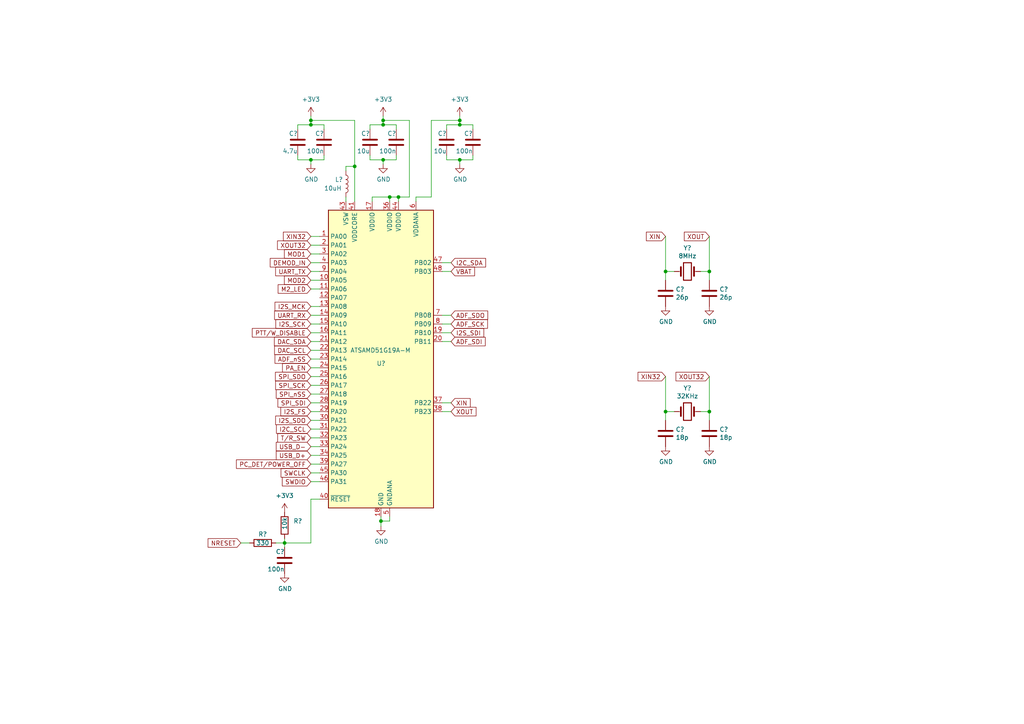
<source format=kicad_sch>
(kicad_sch (version 20211123) (generator eeschema)
  (paper "A4")
  (lib_symbols
    (symbol "Device:C" (pin_numbers hide) (pin_names (offset 0.254))
      (property "Reference" "C" (at 0.635 2.54 0))
      (property "Value" "C" (at 0.635 -2.54 0))
      (symbol "C_0_1"
        (polyline (pts (xy -2.032 -0.762) (xy 2.032 -0.762)) (stroke (width 0.508)))
        (polyline (pts (xy -2.032 0.762) (xy 2.032 0.762)) (stroke (width 0.508)))
      )
      (symbol "C_1_1"
        (pin passive line (at 0 3.81 270) (length 2.794) (name "~") (number "1"))
        (pin passive line (at 0 -3.81 90) (length 2.794) (name "~") (number "2"))
      )
    )
    (symbol "Device:Crystal" (pin_numbers hide) (pin_names (offset 1.016) hide)
      (property "Reference" "Y" (at 0 3.81 0))
      (property "Value" "Crystal" (at 0 -3.81 0))
      (symbol "Crystal_0_1"
        (rectangle (start -1.143 2.54) (end 1.143 -2.54) (stroke (width 0.3048)))
        (polyline (pts (xy -2.54 0) (xy -1.905 0)))
        (polyline (pts (xy -1.905 -1.27) (xy -1.905 1.27)) (stroke (width 0.508)))
        (polyline (pts (xy 1.905 -1.27) (xy 1.905 1.27)) (stroke (width 0.508)))
        (polyline (pts (xy 2.54 0) (xy 1.905 0)))
      )
      (symbol "Crystal_1_1"
        (pin passive line (at -3.81 0 0) (length 1.27) (name "1") (number "1"))
        (pin passive line (at 3.81 0 180) (length 1.27) (name "2") (number "2"))
      )
    )
    (symbol "Device:L" (pin_numbers hide) (pin_names (offset 1.016) hide)
      (property "Reference" "L" (at -1.27 0 90))
      (property "Value" "L" (at 1.905 0 90))
      (symbol "L_0_1"
        (arc (start 0 -2.54) (mid 0.635 -1.905) (end 0 -1.27))
        (arc (start 0 -1.27) (mid 0.635 -0.635) (end 0 0))
        (arc (start 0 0) (mid 0.635 0.635) (end 0 1.27))
        (arc (start 0 1.27) (mid 0.635 1.905) (end 0 2.54))
      )
      (symbol "L_1_1"
        (pin passive line (at 0 3.81 270) (length 1.27) (name "1") (number "1"))
        (pin passive line (at 0 -3.81 90) (length 1.27) (name "2") (number "2"))
      )
    )
    (symbol "Device:R" (pin_numbers hide) (pin_names (offset 0))
      (property "Reference" "R" (at 2.032 0 90))
      (property "Value" "R" (at 0 0 90))
      (symbol "R_0_1"
        (rectangle (start -1.016 -2.54) (end 1.016 2.54) (stroke (width 0.254)))
      )
      (symbol "R_1_1"
        (pin passive line (at 0 3.81 270) (length 1.27) (name "~") (number "1"))
        (pin passive line (at 0 -3.81 90) (length 1.27) (name "~") (number "2"))
      )
    )
    (symbol "MCU_Microchip_ATSAMD51G:ATSAMD51G19A-M"
      (property "Reference" "U" (at -15.24 -44.45 0))
      (property "Value" "ATSAMD51G19A-M" (at 5.08 -44.45 0))
      (symbol "ATSAMD51G19A-M_0_1"
        (rectangle (start -15.24 43.18) (end 15.24 -43.18) (stroke (width 0.254)) (fill (type background)))
      )
      (symbol "ATSAMD51G19A-M_1_0"
        (pin bidirectional line (at 17.78 25.4 180) (length 2.54) (name "PB03") (number "48"))
      )
      (symbol "ATSAMD51G19A-M_1_1"
        (pin bidirectional line (at -17.78 35.56 0) (length 2.54) (name "PA00") (number "1"))
        (pin bidirectional line (at -17.78 22.86 0) (length 2.54) (name "PA05") (number "10"))
        (pin bidirectional line (at -17.78 20.32 0) (length 2.54) (name "PA06") (number "11"))
        (pin bidirectional line (at -17.78 17.78 0) (length 2.54) (name "PA07") (number "12"))
        (pin bidirectional line (at -17.78 15.24 0) (length 2.54) (name "PA08") (number "13"))
        (pin bidirectional line (at -17.78 12.7 0) (length 2.54) (name "PA09") (number "14"))
        (pin bidirectional line (at -17.78 10.16 0) (length 2.54) (name "PA10") (number "15"))
        (pin bidirectional line (at -17.78 7.62 0) (length 2.54) (name "PA11") (number "16"))
        (pin power_in line (at -2.54 45.72 270) (length 2.54) (name "VDDIO") (number "17"))
        (pin power_in line (at 0 -45.72 90) (length 2.54) (name "GND") (number "18"))
        (pin bidirectional line (at 17.78 7.62 180) (length 2.54) (name "PB10") (number "19"))
        (pin bidirectional line (at -17.78 33.02 0) (length 2.54) (name "PA01") (number "2"))
        (pin bidirectional line (at 17.78 5.08 180) (length 2.54) (name "PB11") (number "20"))
        (pin bidirectional line (at -17.78 5.08 0) (length 2.54) (name "PA12") (number "21"))
        (pin bidirectional line (at -17.78 2.54 0) (length 2.54) (name "PA13") (number "22"))
        (pin bidirectional line (at -17.78 0 0) (length 2.54) (name "PA14") (number "23"))
        (pin bidirectional line (at -17.78 -2.54 0) (length 2.54) (name "PA15") (number "24"))
        (pin bidirectional line (at -17.78 -5.08 0) (length 2.54) (name "PA16") (number "25"))
        (pin bidirectional line (at -17.78 -7.62 0) (length 2.54) (name "PA17") (number "26"))
        (pin bidirectional line (at -17.78 -10.16 0) (length 2.54) (name "PA18") (number "27"))
        (pin bidirectional line (at -17.78 -12.7 0) (length 2.54) (name "PA19") (number "28"))
        (pin bidirectional line (at -17.78 -15.24 0) (length 2.54) (name "PA20") (number "29"))
        (pin bidirectional line (at -17.78 30.48 0) (length 2.54) (name "PA02") (number "3"))
        (pin bidirectional line (at -17.78 -17.78 0) (length 2.54) (name "PA21") (number "30"))
        (pin bidirectional line (at -17.78 -20.32 0) (length 2.54) (name "PA22") (number "31"))
        (pin bidirectional line (at -17.78 -22.86 0) (length 2.54) (name "PA23") (number "32"))
        (pin bidirectional line (at -17.78 -25.4 0) (length 2.54) (name "PA24") (number "33"))
        (pin bidirectional line (at -17.78 -27.94 0) (length 2.54) (name "PA25") (number "34"))
        (pin passive line (at 0 -45.72 90) (length 2.54) hide (name "GND") (number "35"))
        (pin power_in line (at 2.54 45.72 270) (length 2.54) (name "VDDIO") (number "36"))
        (pin bidirectional line (at 17.78 -12.7 180) (length 2.54) (name "PB22") (number "37"))
        (pin bidirectional line (at 17.78 -15.24 180) (length 2.54) (name "PB23") (number "38"))
        (pin bidirectional line (at -17.78 -30.48 0) (length 2.54) (name "PA27") (number "39"))
        (pin bidirectional line (at -17.78 27.94 0) (length 2.54) (name "PA03") (number "4"))
        (pin input line (at -17.78 -40.64 0) (length 2.54) (name "~{RESET}") (number "40"))
        (pin power_out line (at -7.62 45.72 270) (length 2.54) (name "VDDCORE") (number "41"))
        (pin passive line (at 0 -45.72 90) (length 2.54) hide (name "GND") (number "42"))
        (pin power_in line (at -10.16 45.72 270) (length 2.54) (name "VSW") (number "43"))
        (pin power_in line (at 5.08 45.72 270) (length 2.54) (name "VDDIO") (number "44"))
        (pin bidirectional line (at -17.78 -33.02 0) (length 2.54) (name "PA30") (number "45"))
        (pin bidirectional line (at -17.78 -35.56 0) (length 2.54) (name "PA31") (number "46"))
        (pin bidirectional line (at 17.78 27.94 180) (length 2.54) (name "PB02") (number "47"))
        (pin power_in line (at 2.54 -45.72 90) (length 2.54) (name "GNDANA") (number "5"))
        (pin power_in line (at 10.16 45.72 270) (length 2.54) (name "VDDANA") (number "6"))
        (pin bidirectional line (at 17.78 12.7 180) (length 2.54) (name "PB08") (number "7"))
        (pin bidirectional line (at 17.78 10.16 180) (length 2.54) (name "PB09") (number "8"))
        (pin bidirectional line (at -17.78 25.4 0) (length 2.54) (name "PA04") (number "9"))
      )
    )
    (symbol "power:+3V3" (power) (pin_names (offset 0))
      (property "Value" "+3V3" (at 0 3.556 0))
      (symbol "+3V3_0_1"
        (polyline (pts (xy -0.762 1.27) (xy 0 2.54)))
        (polyline (pts (xy 0 0) (xy 0 2.54)))
        (polyline (pts (xy 0 2.54) (xy 0.762 1.27)))
      )
      (symbol "+3V3_1_1"
        (pin power_in line (at 0 0 90) (length 0) hide (name "+3V3") (number "1"))
      )
    )
    (symbol "power:GND" (power) (pin_names (offset 0))
      (property "Value" "GND" (at 0 -3.81 0))
      (symbol "GND_0_1"
        (polyline (pts (xy 0 0) (xy 0 -1.27) (xy 1.27 -1.27) (xy 0 -2.54) (xy -1.27 -1.27) (xy 0 -1.27)))
      )
      (symbol "GND_1_1"
        (pin power_in line (at 0 0 270) (length 0) hide (name "GND") (number "1"))
      )
    )
  )
  (junction (at 133.35 46.355))
  (junction (at 102.87 48.26))
  (junction (at 90.17 46.355))
  (junction (at 90.17 36.195))
  (junction (at 82.55 157.48))
  (junction (at 193.04 119.38))
  (junction (at 90.17 34.925))
  (junction (at 205.74 119.38))
  (junction (at 111.125 34.925))
  (junction (at 133.35 36.195))
  (junction (at 113.03 57.15))
  (junction (at 193.04 78.74))
  (junction (at 205.74 78.74))
  (junction (at 111.125 46.355))
  (junction (at 110.49 151.13))
  (junction (at 115.57 57.15))
  (junction (at 111.125 36.195))
  (junction (at 133.35 34.925))
  (wire (pts (xy 107.315 36.195) (xy 111.125 36.195)))
  (wire (pts (xy 107.95 57.15) (xy 113.03 57.15)))
  (wire (pts (xy 90.17 144.78) (xy 92.71 144.78)))
  (wire (pts (xy 120.65 57.15) (xy 125.095 57.15)))
  (wire (pts (xy 90.17 96.52) (xy 92.71 96.52)))
  (wire (pts (xy 110.49 149.86) (xy 110.49 151.13)))
  (wire (pts (xy 107.315 46.355) (xy 111.125 46.355)))
  (wire (pts (xy 205.74 78.74) (xy 205.74 81.28)))
  (wire (pts (xy 100.33 57.15) (xy 100.33 58.42)))
  (wire (pts (xy 93.98 46.355) (xy 93.98 45.085)))
  (wire (pts (xy 110.49 151.13) (xy 110.49 152.654)))
  (wire (pts (xy 137.16 36.195) (xy 137.16 37.465)))
  (wire (pts (xy 82.55 157.48) (xy 80.01 157.48)))
  (wire (pts (xy 90.17 83.82) (xy 92.71 83.82)))
  (wire (pts (xy 128.27 76.2) (xy 130.81 76.2)))
  (wire (pts (xy 90.17 134.62) (xy 92.71 134.62)))
  (wire (pts (xy 90.17 114.3) (xy 92.71 114.3)))
  (wire (pts (xy 120.65 58.42) (xy 120.65 57.15)))
  (wire (pts (xy 128.27 93.98) (xy 130.81 93.98)))
  (wire (pts (xy 129.54 45.085) (xy 129.54 46.355)))
  (wire (pts (xy 125.095 57.15) (xy 125.095 34.925)))
  (wire (pts (xy 203.2 119.38) (xy 205.74 119.38)))
  (wire (pts (xy 113.03 151.13) (xy 113.03 149.86)))
  (wire (pts (xy 102.87 48.26) (xy 102.87 58.42)))
  (wire (pts (xy 86.36 45.085) (xy 86.36 46.355)))
  (wire (pts (xy 82.55 157.48) (xy 90.17 157.48)))
  (wire (pts (xy 90.17 137.16) (xy 92.71 137.16)))
  (wire (pts (xy 90.17 34.925) (xy 90.17 36.195)))
  (wire (pts (xy 128.27 99.06) (xy 130.81 99.06)))
  (wire (pts (xy 90.17 36.195) (xy 93.98 36.195)))
  (wire (pts (xy 86.36 46.355) (xy 90.17 46.355)))
  (wire (pts (xy 100.33 49.53) (xy 100.33 48.26)))
  (wire (pts (xy 82.55 156.21) (xy 82.55 157.48)))
  (wire (pts (xy 128.27 91.44) (xy 130.81 91.44)))
  (wire (pts (xy 111.125 34.925) (xy 111.125 36.195)))
  (wire (pts (xy 102.87 34.925) (xy 102.87 48.26)))
  (wire (pts (xy 111.125 34.925) (xy 118.745 34.925)))
  (wire (pts (xy 107.315 37.465) (xy 107.315 36.195)))
  (wire (pts (xy 90.17 46.355) (xy 90.17 47.625)))
  (wire (pts (xy 90.17 109.22) (xy 92.71 109.22)))
  (wire (pts (xy 90.17 76.2) (xy 92.71 76.2)))
  (wire (pts (xy 90.17 93.98) (xy 92.71 93.98)))
  (wire (pts (xy 137.16 46.355) (xy 137.16 45.085)))
  (wire (pts (xy 90.17 33.655) (xy 90.17 34.925)))
  (wire (pts (xy 86.36 36.195) (xy 90.17 36.195)))
  (wire (pts (xy 133.35 33.655) (xy 133.35 34.925)))
  (wire (pts (xy 205.74 68.58) (xy 205.74 78.74)))
  (wire (pts (xy 90.17 101.6) (xy 92.71 101.6)))
  (wire (pts (xy 193.04 119.38) (xy 195.58 119.38)))
  (wire (pts (xy 129.54 36.195) (xy 133.35 36.195)))
  (wire (pts (xy 110.49 151.13) (xy 113.03 151.13)))
  (wire (pts (xy 115.57 58.42) (xy 115.57 57.15)))
  (wire (pts (xy 203.2 78.74) (xy 205.74 78.74)))
  (wire (pts (xy 90.17 111.76) (xy 92.71 111.76)))
  (wire (pts (xy 90.17 121.92) (xy 92.71 121.92)))
  (wire (pts (xy 111.125 46.355) (xy 114.935 46.355)))
  (wire (pts (xy 90.17 127) (xy 92.71 127)))
  (wire (pts (xy 133.35 36.195) (xy 137.16 36.195)))
  (wire (pts (xy 129.54 46.355) (xy 133.35 46.355)))
  (wire (pts (xy 90.17 106.68) (xy 92.71 106.68)))
  (wire (pts (xy 100.33 48.26) (xy 102.87 48.26)))
  (wire (pts (xy 193.04 109.22) (xy 193.04 119.38)))
  (wire (pts (xy 125.095 34.925) (xy 133.35 34.925)))
  (wire (pts (xy 90.17 119.38) (xy 92.71 119.38)))
  (wire (pts (xy 90.17 46.355) (xy 93.98 46.355)))
  (wire (pts (xy 90.17 124.46) (xy 92.71 124.46)))
  (wire (pts (xy 90.17 99.06) (xy 92.71 99.06)))
  (wire (pts (xy 90.17 34.925) (xy 102.87 34.925)))
  (wire (pts (xy 107.95 57.15) (xy 107.95 58.42)))
  (wire (pts (xy 205.74 109.22) (xy 205.74 119.38)))
  (wire (pts (xy 82.55 157.48) (xy 82.55 158.75)))
  (wire (pts (xy 114.935 36.195) (xy 114.935 37.465)))
  (wire (pts (xy 111.125 36.195) (xy 114.935 36.195)))
  (wire (pts (xy 118.745 34.925) (xy 118.745 57.15)))
  (wire (pts (xy 86.36 37.465) (xy 86.36 36.195)))
  (wire (pts (xy 128.27 78.74) (xy 130.81 78.74)))
  (wire (pts (xy 193.04 78.74) (xy 195.58 78.74)))
  (wire (pts (xy 111.125 33.655) (xy 111.125 34.925)))
  (wire (pts (xy 90.17 104.14) (xy 92.71 104.14)))
  (wire (pts (xy 111.125 46.355) (xy 111.125 47.625)))
  (wire (pts (xy 133.35 34.925) (xy 133.35 36.195)))
  (wire (pts (xy 90.17 88.9) (xy 92.71 88.9)))
  (wire (pts (xy 115.57 57.15) (xy 118.745 57.15)))
  (wire (pts (xy 69.85 157.48) (xy 72.39 157.48)))
  (wire (pts (xy 133.35 46.355) (xy 137.16 46.355)))
  (wire (pts (xy 114.935 46.355) (xy 114.935 45.085)))
  (wire (pts (xy 90.17 132.08) (xy 92.71 132.08)))
  (wire (pts (xy 90.17 71.12) (xy 92.71 71.12)))
  (wire (pts (xy 193.04 119.38) (xy 193.04 121.92)))
  (wire (pts (xy 90.17 116.84) (xy 92.71 116.84)))
  (wire (pts (xy 90.17 129.54) (xy 92.71 129.54)))
  (wire (pts (xy 90.17 139.7) (xy 92.71 139.7)))
  (wire (pts (xy 90.17 78.74) (xy 92.71 78.74)))
  (wire (pts (xy 205.74 119.38) (xy 205.74 121.92)))
  (wire (pts (xy 90.17 91.44) (xy 92.71 91.44)))
  (wire (pts (xy 90.17 81.28) (xy 92.71 81.28)))
  (wire (pts (xy 193.04 68.58) (xy 193.04 78.74)))
  (wire (pts (xy 128.27 119.38) (xy 130.81 119.38)))
  (wire (pts (xy 90.17 73.66) (xy 92.71 73.66)))
  (wire (pts (xy 128.27 116.84) (xy 130.81 116.84)))
  (wire (pts (xy 129.54 37.465) (xy 129.54 36.195)))
  (wire (pts (xy 193.04 78.74) (xy 193.04 81.28)))
  (wire (pts (xy 113.03 57.15) (xy 115.57 57.15)))
  (wire (pts (xy 90.17 68.58) (xy 92.71 68.58)))
  (wire (pts (xy 93.98 36.195) (xy 93.98 37.465)))
  (wire (pts (xy 107.315 45.085) (xy 107.315 46.355)))
  (wire (pts (xy 90.17 157.48) (xy 90.17 144.78)))
  (wire (pts (xy 133.35 46.355) (xy 133.35 47.625)))
  (wire (pts (xy 113.03 57.15) (xy 113.03 58.42)))
  (wire (pts (xy 128.27 96.52) (xy 130.81 96.52)))
  (global_label "SPI_SDO" (shape input) (at 90.17 109.22 180) (property "Intersheet References" "${INTERSHEET_REFS}" (effects hide)))
  (global_label "SPI_SDI" (shape input) (at 90.17 116.84 180) (property "Intersheet References" "${INTERSHEET_REFS}" (effects hide)))
  (global_label "ADF_SDO" (shape input) (at 130.81 91.44 0) (property "Intersheet References" "${INTERSHEET_REFS}" (effects hide)))
  (global_label "XOUT32" (shape input) (at 205.74 109.22 180) (property "Intersheet References" "${INTERSHEET_REFS}" (effects hide)))
  (global_label "XIN32" (shape input) (at 90.17 68.58 180) (property "Intersheet References" "${INTERSHEET_REFS}" (effects hide)))
  (global_label "DEMOD_IN" (shape input) (at 90.17 76.2 180) (property "Intersheet References" "${INTERSHEET_REFS}" (effects hide)))
  (global_label "VBAT" (shape input) (at 130.81 78.74 0) (property "Intersheet References" "${INTERSHEET_REFS}" (effects hide)))
  (global_label "PA_EN" (shape input) (at 90.17 106.68 180) (property "Intersheet References" "${INTERSHEET_REFS}" (effects hide)))
  (global_label "XIN" (shape input) (at 130.81 116.84 0) (property "Intersheet References" "${INTERSHEET_REFS}" (effects hide)))
  (global_label "I2C_SDA" (shape input) (at 130.81 76.2 0) (property "Intersheet References" "${INTERSHEET_REFS}" (effects hide)))
  (global_label "ADF_SCK" (shape input) (at 130.81 93.98 0) (property "Intersheet References" "${INTERSHEET_REFS}" (effects hide)))
  (global_label "XOUT32" (shape input) (at 90.17 71.12 180) (property "Intersheet References" "${INTERSHEET_REFS}" (effects hide)))
  (global_label "I2S_SDI" (shape input) (at 130.81 96.52 0) (property "Intersheet References" "${INTERSHEET_REFS}" (effects hide)))
  (global_label "MOD2" (shape input) (at 90.17 81.28 180) (property "Intersheet References" "${INTERSHEET_REFS}" (effects hide)))
  (global_label "I2C_SCL" (shape input) (at 90.17 124.46 180) (property "Intersheet References" "${INTERSHEET_REFS}" (effects hide)))
  (global_label "T{slash}R_SW" (shape input) (at 90.17 127 180) (property "Intersheet References" "${INTERSHEET_REFS}" (effects hide)))
  (global_label "UART_RX" (shape input) (at 90.17 91.44 180) (property "Intersheet References" "${INTERSHEET_REFS}" (effects hide)))
  (global_label "ADF_SDI" (shape input) (at 130.81 99.06 0) (property "Intersheet References" "${INTERSHEET_REFS}" (effects hide)))
  (global_label "DAC_SCL" (shape input) (at 90.17 101.6 180) (property "Intersheet References" "${INTERSHEET_REFS}" (effects hide)))
  (global_label "ADF_nSS" (shape input) (at 90.17 104.14 180) (property "Intersheet References" "${INTERSHEET_REFS}" (effects hide)))
  (global_label "SWCLK" (shape input) (at 90.17 137.16 180) (property "Intersheet References" "${INTERSHEET_REFS}" (effects hide)))
  (global_label "SPI_nSS" (shape input) (at 90.17 114.3 180) (property "Intersheet References" "${INTERSHEET_REFS}" (effects hide)))
  (global_label "USB_D+" (shape input) (at 90.17 132.08 180) (property "Intersheet References" "${INTERSHEET_REFS}" (effects hide)))
  (global_label "DAC_SDA" (shape input) (at 90.17 99.06 180) (property "Intersheet References" "${INTERSHEET_REFS}" (effects hide)))
  (global_label "SWDIO" (shape input) (at 90.17 139.7 180) (property "Intersheet References" "${INTERSHEET_REFS}" (effects hide)))
  (global_label "PC_DET{slash}POWER_OFF" (shape input) (at 90.17 134.62 180) (property "Intersheet References" "${INTERSHEET_REFS}" (effects hide)))
  (global_label "USB_D-" (shape input) (at 90.17 129.54 180) (property "Intersheet References" "${INTERSHEET_REFS}" (effects hide)))
  (global_label "PTT{slash}W_DISABLE" (shape input) (at 90.17 96.52 180) (property "Intersheet References" "${INTERSHEET_REFS}" (effects hide)))
  (global_label "NRESET" (shape input) (at 69.85 157.48 180) (property "Intersheet References" "${INTERSHEET_REFS}" (effects hide)))
  (global_label "XOUT" (shape input) (at 205.74 68.58 180) (property "Intersheet References" "${INTERSHEET_REFS}" (effects hide)))
  (global_label "XIN" (shape input) (at 193.04 68.58 180) (property "Intersheet References" "${INTERSHEET_REFS}" (effects hide)))
  (global_label "UART_TX" (shape input) (at 90.17 78.74 180) (property "Intersheet References" "${INTERSHEET_REFS}" (effects hide)))
  (global_label "SPI_SCK" (shape input) (at 90.17 111.76 180) (property "Intersheet References" "${INTERSHEET_REFS}" (effects hide)))
  (global_label "MOD1" (shape input) (at 90.17 73.66 180) (property "Intersheet References" "${INTERSHEET_REFS}" (effects hide)))
  (global_label "I2S_MCK" (shape input) (at 90.17 88.9 180) (property "Intersheet References" "${INTERSHEET_REFS}" (effects hide)))
  (global_label "I2S_SDO" (shape input) (at 90.17 121.92 180) (property "Intersheet References" "${INTERSHEET_REFS}" (effects hide)))
  (global_label "M2_LED" (shape input) (at 90.17 83.82 180) (property "Intersheet References" "${INTERSHEET_REFS}" (effects hide)))
  (global_label "XOUT" (shape input) (at 130.81 119.38 0) (property "Intersheet References" "${INTERSHEET_REFS}" (effects hide)))
  (global_label "I2S_SCK" (shape input) (at 90.17 93.98 180) (property "Intersheet References" "${INTERSHEET_REFS}" (effects hide)))
  (global_label "I2S_FS" (shape input) (at 90.17 119.38 180) (property "Intersheet References" "${INTERSHEET_REFS}" (effects hide)))
  (global_label "XIN32" (shape input) (at 193.04 109.22 180) (property "Intersheet References" "${INTERSHEET_REFS}" (effects hide)))
  (symbol (lib_id "power:GND") (at 193.04 129.54 0) (unit 1)
    (property "Reference" "#PWR?" (effects hide))
    (property "Value" "GND" (at 193.167 133.9342 0))
  )
  (symbol (lib_id "power:GND") (at 82.55 166.37 0) (unit 1)
    (property "Reference" "#PWR?" (effects hide))
    (property "Value" "GND" (at 82.677 170.7642 0))
  )
  (symbol (lib_id "Device:C") (at 86.36 41.275 0) (mirror y) (unit 1)
    (property "Reference" "C?" (at 86.36 38.735 0) (effects (justify left)))
    (property "Value" "4.7u" (at 86.36 43.815 0) (effects (justify left)))
    (property "Footprint" "Capacitor_SMD:C_0402_1005Metric" (effects hide))
  )
  (symbol (lib_id "Device:C") (at 114.935 41.275 0) (mirror y) (unit 1)
    (property "Reference" "C?" (at 114.935 38.735 0) (effects (justify left)))
    (property "Value" "100n" (at 114.935 43.815 0) (effects (justify left)))
    (property "Footprint" "Capacitor_SMD:C_0402_1005Metric" (effects hide))
  )
  (symbol (lib_id "Device:Crystal") (at 199.39 78.74 0) (unit 1)
    (property "Reference" "Y?" (at 199.39 71.9328 0))
    (property "Value" "8MHz" (at 199.39 74.2442 0))
  )
  (symbol (lib_id "power:GND") (at 110.49 152.654 0) (unit 1)
    (property "Reference" "#PWR?" (effects hide))
    (property "Value" "GND" (at 110.617 157.0482 0))
  )
  (symbol (lib_id "power:+3V3") (at 82.55 148.59 0) (unit 1)
    (property "Reference" "#PWR?" (effects hide))
    (property "Value" "+3V3" (at 82.55 143.764 0))
  )
  (symbol (lib_id "Device:C") (at 93.98 41.275 0) (mirror y) (unit 1)
    (property "Reference" "C?" (at 93.98 38.735 0) (effects (justify left)))
    (property "Value" "100n" (at 93.98 43.815 0) (effects (justify left)))
    (property "Footprint" "Capacitor_SMD:C_0402_1005Metric" (effects hide))
  )
  (symbol (lib_id "power:GND") (at 133.35 47.625 0) (unit 1)
    (property "Reference" "#PWR?" (effects hide))
    (property "Value" "GND" (at 133.477 52.0192 0))
  )
  (symbol (lib_id "Device:C") (at 193.04 85.09 0) (unit 1)
    (property "Reference" "C?" (at 195.961 83.9216 0) (effects (justify left)))
    (property "Value" "26p" (at 195.961 86.233 0) (effects (justify left)))
    (property "Footprint" "Capacitor_SMD:C_0402_1005Metric" (effects hide))
  )
  (symbol (lib_id "Device:C") (at 205.74 125.73 0) (unit 1)
    (property "Reference" "C?" (at 208.661 124.5616 0) (effects (justify left)))
    (property "Value" "18p" (at 208.661 126.873 0) (effects (justify left)))
    (property "Footprint" "Capacitor_SMD:C_0402_1005Metric" (effects hide))
  )
  (symbol (lib_id "Device:R") (at 82.55 152.4 0) (unit 1)
    (property "Reference" "R?" (at 85.09 151.13 0) (effects (justify left)))
    (property "Value" "10k" (at 82.55 153.67 90) (effects (justify left)))
  )
  (symbol (lib_id "MCU_Microchip_ATSAMD51G:ATSAMD51G19A-M") (at 110.49 104.14 0) (unit 1)
    (property "Reference" "U?" (at 109.22 105.41 0) (effects (justify left)))
    (property "Value" "ATSAMD51G19A-M" (at 101.6 101.6 0) (effects (justify left)))
    (property "Footprint" "Package_DFN_QFN:QFN-48-1EP_7x7mm_P0.5mm_EP5.15x5.15mm" (effects hide))
    (property "Datasheet" "http://ww1.microchip.com/downloads/en/DeviceDoc/60001507E.pdf" (effects hide))
  )
  (symbol (lib_id "Device:C") (at 205.74 85.09 0) (unit 1)
    (property "Reference" "C?" (at 208.661 83.9216 0) (effects (justify left)))
    (property "Value" "26p" (at 208.661 86.233 0) (effects (justify left)))
    (property "Footprint" "Capacitor_SMD:C_0402_1005Metric" (effects hide))
  )
  (symbol (lib_id "Device:Crystal") (at 199.39 119.38 0) (unit 1)
    (property "Reference" "Y?" (at 199.39 112.5728 0))
    (property "Value" "32KHz" (at 199.39 114.8842 0))
  )
  (symbol (lib_id "Device:R") (at 76.2 157.48 90) (unit 1)
    (property "Reference" "R?" (at 76.2 154.94 90))
    (property "Value" "330" (at 76.2 157.48 90))
  )
  (symbol (lib_id "power:GND") (at 111.125 47.625 0) (unit 1)
    (property "Reference" "#PWR?" (effects hide))
    (property "Value" "GND" (at 111.252 52.0192 0))
  )
  (symbol (lib_id "power:GND") (at 205.74 88.9 0) (unit 1)
    (property "Reference" "#PWR?" (effects hide))
    (property "Value" "GND" (at 205.867 93.2942 0))
  )
  (symbol (lib_id "power:+3V3") (at 90.17 33.655 0) (unit 1)
    (property "Reference" "#PWR?" (effects hide))
    (property "Value" "+3V3" (at 90.17 28.829 0))
  )
  (symbol (lib_id "Device:C") (at 137.16 41.275 0) (mirror y) (unit 1)
    (property "Reference" "C?" (at 137.16 38.735 0) (effects (justify left)))
    (property "Value" "100n" (at 137.16 43.815 0) (effects (justify left)))
    (property "Footprint" "Capacitor_SMD:C_0402_1005Metric" (effects hide))
  )
  (symbol (lib_id "power:GND") (at 90.17 47.625 0) (unit 1)
    (property "Reference" "#PWR?" (effects hide))
    (property "Value" "GND" (at 90.297 52.0192 0))
  )
  (symbol (lib_id "power:+3V3") (at 133.35 33.655 0) (unit 1)
    (property "Reference" "#PWR?" (effects hide))
    (property "Value" "+3V3" (at 133.35 28.829 0))
  )
  (symbol (lib_id "Device:C") (at 82.55 162.56 0) (mirror y) (unit 1)
    (property "Reference" "C?" (at 82.55 160.02 0) (effects (justify left)))
    (property "Value" "100n" (at 82.55 165.1 0) (effects (justify left)))
    (property "Footprint" "Capacitor_SMD:C_0402_1005Metric" (effects hide))
  )
  (symbol (lib_id "Device:L") (at 100.33 53.34 0) (unit 1)
    (property "Reference" "L?" (at 97.155 52.07 0) (effects (justify left)))
    (property "Value" "10uH" (at 93.98 54.61 0) (effects (justify left)))
  )
  (symbol (lib_id "power:+3V3") (at 111.125 33.655 0) (unit 1)
    (property "Reference" "#PWR?" (effects hide))
    (property "Value" "+3V3" (at 111.125 28.829 0))
  )
  (symbol (lib_id "Device:C") (at 193.04 125.73 0) (unit 1)
    (property "Reference" "C?" (at 195.961 124.5616 0) (effects (justify left)))
    (property "Value" "18p" (at 195.961 126.873 0) (effects (justify left)))
    (property "Footprint" "Capacitor_SMD:C_0402_1005Metric" (effects hide))
  )
  (symbol (lib_id "power:GND") (at 193.04 88.9 0) (unit 1)
    (property "Reference" "#PWR?" (effects hide))
    (property "Value" "GND" (at 193.167 93.2942 0))
  )
  (symbol (lib_id "power:GND") (at 205.74 129.54 0) (unit 1)
    (property "Reference" "#PWR?" (effects hide))
    (property "Value" "GND" (at 205.867 133.9342 0))
  )
  (symbol (lib_id "Device:C") (at 107.315 41.275 0) (mirror y) (unit 1)
    (property "Reference" "C?" (at 107.315 38.735 0) (effects (justify left)))
    (property "Value" "10u" (at 107.315 43.815 0) (effects (justify left)))
    (property "Footprint" "Capacitor_SMD:C_0402_1005Metric" (effects hide))
  )
  (symbol (lib_id "Device:C") (at 129.54 41.275 0) (mirror y) (unit 1)
    (property "Reference" "C?" (at 129.54 38.735 0) (effects (justify left)))
    (property "Value" "10u" (at 129.54 43.815 0) (effects (justify left)))
    (property "Footprint" "Capacitor_SMD:C_0402_1005Metric" (effects hide))
  )
)
</source>
